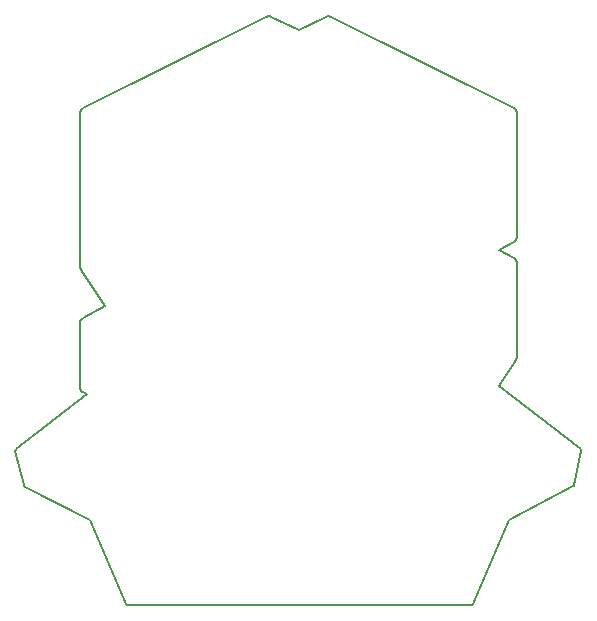
<source format=gbr>
G04 #@! TF.GenerationSoftware,KiCad,Pcbnew,5.0.2+dfsg1-1*
G04 #@! TF.CreationDate,2019-05-16T07:21:41+02:00*
G04 #@! TF.ProjectId,5thpcbway,35746870-6362-4776-9179-2e6b69636164,rev?*
G04 #@! TF.SameCoordinates,Original*
G04 #@! TF.FileFunction,Profile,NP*
%FSLAX46Y46*%
G04 Gerber Fmt 4.6, Leading zero omitted, Abs format (unit mm)*
G04 Created by KiCad (PCBNEW 5.0.2+dfsg1-1) date jue 16 may 2019 07:21:41 CEST*
%MOMM*%
%LPD*%
G01*
G04 APERTURE LIST*
%ADD10C,0.200000*%
G04 APERTURE END LIST*
D10*
X168244145Y-61002850D02*
X168199307Y-61050003D01*
X168090918Y-84600333D02*
X168095836Y-84666375D01*
X168090918Y-79107197D02*
X168090918Y-84600333D01*
X168352965Y-85020832D02*
X168675194Y-85182327D01*
X168295841Y-84987328D02*
X168352965Y-85020832D01*
X162616276Y-89868660D02*
X162605395Y-89925674D01*
X162642857Y-89817021D02*
X162616276Y-89868660D01*
X162611491Y-89984537D02*
X163319939Y-92883839D01*
X162605395Y-89925674D02*
X162611491Y-89984537D01*
X162683860Y-89774285D02*
X162642857Y-89817021D01*
X168675194Y-85182327D02*
X162683860Y-89774285D01*
X183834452Y-53215343D02*
X168352966Y-60928281D01*
X168352966Y-60928281D02*
X168295532Y-60962003D01*
X183890018Y-53191859D02*
X183834452Y-53215343D01*
X201307184Y-102897309D02*
X204390836Y-95840256D01*
X201275553Y-102947599D02*
X201307184Y-102897309D01*
X188887262Y-53215342D02*
X186595092Y-54335146D01*
X188937580Y-53194019D02*
X188887262Y-53215342D01*
X184007270Y-53166843D02*
X183947857Y-53175607D01*
X183947857Y-53175607D02*
X183890018Y-53191859D01*
X168109697Y-84730159D02*
X168132011Y-84790890D01*
X168095836Y-84666375D02*
X168109697Y-84730159D01*
X163334990Y-92923992D02*
X163357861Y-92959680D01*
X163319939Y-92883839D02*
X163334990Y-92923992D01*
X168161521Y-61102649D02*
X168131286Y-61159970D01*
X168199307Y-61050003D02*
X168161521Y-61102649D01*
X189202485Y-53178788D02*
X189149505Y-53169650D01*
X189254399Y-53194019D02*
X189202485Y-53178788D01*
X168095681Y-74458638D02*
X168110104Y-74524455D01*
X168090914Y-74391070D02*
X168095681Y-74458638D01*
X170158363Y-77736772D02*
X168344585Y-78689748D01*
X168166330Y-74647026D02*
X170158363Y-77736772D01*
X204802954Y-72306864D02*
X204856626Y-72272511D01*
X203568124Y-72991697D02*
X204802954Y-72306864D01*
X163387671Y-92989829D02*
X163423538Y-93013308D01*
X163357861Y-92959680D02*
X163387671Y-92989829D01*
X201231636Y-102985939D02*
X201275553Y-102947599D01*
X201178655Y-103010237D02*
X201231636Y-102985939D01*
X210533353Y-89920803D02*
X210521301Y-89865431D01*
X210529180Y-89978426D02*
X210533353Y-89920803D01*
X168130232Y-78919400D02*
X168108746Y-78979357D01*
X168159473Y-78863102D02*
X168130232Y-78919400D01*
X204794576Y-73639965D02*
X203568124Y-72991697D01*
X204850101Y-73674006D02*
X204794576Y-73639965D01*
X189095991Y-53166608D02*
X189042477Y-53169650D01*
X189149505Y-53169650D02*
X189095991Y-53166608D01*
X204842873Y-60962002D02*
X204785438Y-60928280D01*
X204894259Y-61002848D02*
X204842873Y-60962002D01*
X201119807Y-103018428D02*
X201178655Y-103010237D01*
X172176293Y-103018428D02*
X201119807Y-103018428D01*
X168908294Y-95840244D02*
X171991946Y-102897297D01*
X163423538Y-93013308D02*
X168908294Y-95840244D01*
X168295532Y-60962003D02*
X168244145Y-61002850D01*
X184067533Y-53165827D02*
X184067554Y-53165829D01*
X184160487Y-53179969D02*
X184067533Y-53165827D01*
X204981415Y-72134204D02*
X205009536Y-72078781D01*
X204946274Y-72185453D02*
X204981415Y-72134204D01*
X168289025Y-78723786D02*
X168239339Y-78764533D01*
X168344585Y-78689748D02*
X168289025Y-78723786D01*
X168162277Y-84847770D02*
X168200000Y-84900000D01*
X168132011Y-84790890D02*
X168162277Y-84847770D01*
X205030207Y-72019910D02*
X205043000Y-71958322D01*
X205009536Y-72078781D02*
X205030207Y-72019910D01*
X204904537Y-72231798D02*
X204946274Y-72185453D01*
X204856626Y-72272511D02*
X204904537Y-72231798D01*
X204979309Y-73813323D02*
X204942919Y-73761447D01*
X205008405Y-73869620D02*
X204979309Y-73813323D01*
X209797891Y-92972948D02*
X209834514Y-92948260D01*
X204390836Y-95840256D02*
X209797891Y-92972948D01*
X205042181Y-82116317D02*
X205047486Y-82046859D01*
X205026931Y-82183873D02*
X205042181Y-82116317D01*
X184248835Y-53212295D02*
X184160487Y-53179969D01*
X186595092Y-54335146D02*
X184248835Y-53212295D01*
X168195999Y-78811226D02*
X168159473Y-78863102D01*
X168239339Y-78764533D02*
X168195999Y-78811226D01*
X209901482Y-92837355D02*
X210529180Y-89978426D01*
X209887246Y-92879186D02*
X209901482Y-92837355D01*
X209864624Y-92916589D02*
X209887246Y-92879186D01*
X209834514Y-92948260D02*
X209864624Y-92916589D01*
X168090914Y-61351824D02*
X168090914Y-74391070D01*
X168095482Y-61285373D02*
X168090914Y-61351824D01*
X172118307Y-103009613D02*
X172176293Y-103018428D01*
X172066225Y-102985120D02*
X172118307Y-103009613D01*
X210494351Y-89815515D02*
X210453768Y-89774270D01*
X210521301Y-89865431D02*
X210494351Y-89815515D01*
X205029778Y-73929576D02*
X205008405Y-73869620D01*
X205042961Y-73992429D02*
X205029778Y-73929576D01*
X203528505Y-84466246D02*
X204967491Y-82308909D01*
X210453768Y-89774270D02*
X203528505Y-84466246D01*
X172023089Y-102947014D02*
X172066225Y-102985120D01*
X171991946Y-102897297D02*
X172023089Y-102947014D01*
X168095485Y-79042209D02*
X168090918Y-79107197D01*
X168108746Y-78979357D02*
X168095485Y-79042209D01*
X205001969Y-82248435D02*
X205026931Y-82183873D01*
X204967491Y-82308909D02*
X205001969Y-82248435D01*
X204899700Y-73714754D02*
X204850101Y-73674006D01*
X204942919Y-73761447D02*
X204899700Y-73714754D01*
X205047486Y-74057417D02*
X205042961Y-73992429D01*
X205047486Y-82046859D02*
X205047486Y-74057417D01*
X205042922Y-61285372D02*
X205029310Y-61221148D01*
X205047486Y-61351824D02*
X205042922Y-61285372D01*
X184067554Y-53165829D02*
X184007270Y-53166843D01*
X168133786Y-74587568D02*
X168166330Y-74647026D01*
X168110104Y-74524455D02*
X168133786Y-74587568D01*
X205007118Y-61159968D02*
X204976891Y-61102647D01*
X205029310Y-61221148D02*
X205007118Y-61159968D01*
X204939097Y-61050002D02*
X204894259Y-61002848D01*
X204976891Y-61102647D02*
X204939097Y-61050002D01*
X188989495Y-53178788D02*
X188937580Y-53194019D01*
X189042477Y-53169650D02*
X188989495Y-53178788D01*
X189304714Y-53215342D02*
X189254399Y-53194019D01*
X204785438Y-60928280D02*
X189304714Y-53215342D01*
X168109105Y-61221150D02*
X168095482Y-61285373D01*
X168131286Y-61159970D02*
X168109105Y-61221150D01*
X205047486Y-71894744D02*
X205047486Y-61351824D01*
X205043000Y-71958322D02*
X205047486Y-71894744D01*
X168244688Y-84946786D02*
X168295841Y-84987328D01*
X168200000Y-84900000D02*
X168244688Y-84946786D01*
M02*

</source>
